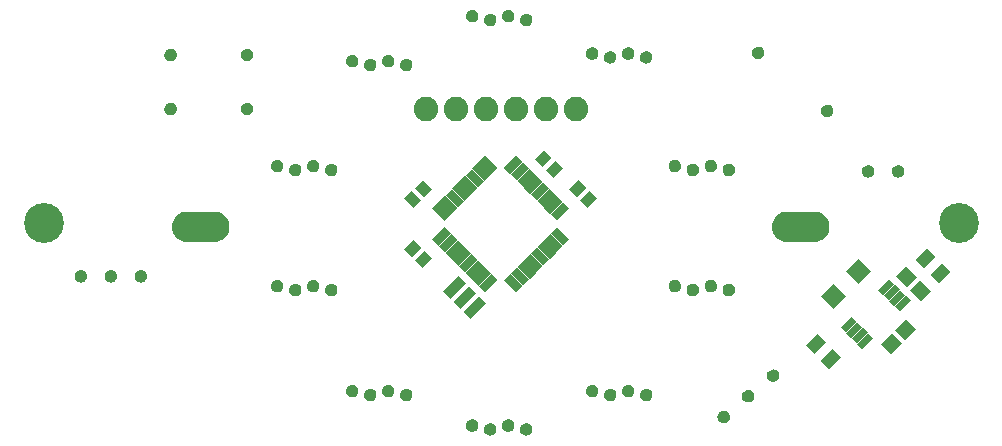
<source format=gts>
G75*
%MOIN*%
%OFA0B0*%
%FSLAX25Y25*%
%IPPOS*%
%LPD*%
%AMOC8*
5,1,8,0,0,1.08239X$1,22.5*
%
%ADD10C,0.13300*%
%ADD11C,0.00500*%
%ADD12C,0.08200*%
%ADD13R,0.03556X0.04343*%
%ADD14R,0.03556X0.07493*%
%ADD15R,0.05800X0.03000*%
%ADD16R,0.03000X0.05800*%
%ADD17R,0.02375X0.05131*%
%ADD18R,0.05918X0.05918*%
%ADD19R,0.03950X0.05524*%
%ADD20R,0.05131X0.04737*%
D10*
X0019200Y0161500D03*
X0324200Y0161500D03*
D11*
X0120903Y0104195D02*
X0120628Y0104480D01*
X0120423Y0104819D01*
X0120298Y0105195D01*
X0120260Y0105590D01*
X0120307Y0105973D01*
X0120437Y0106337D01*
X0120646Y0106662D01*
X0120921Y0106933D01*
X0121250Y0107136D01*
X0121616Y0107260D01*
X0122000Y0107300D01*
X0122382Y0107266D01*
X0122746Y0107148D01*
X0123075Y0106952D01*
X0123352Y0106687D01*
X0123563Y0106368D01*
X0123698Y0106009D01*
X0123750Y0105630D01*
X0123715Y0105229D01*
X0123592Y0104847D01*
X0123386Y0104501D01*
X0123109Y0104210D01*
X0122774Y0103987D01*
X0122398Y0103845D01*
X0122000Y0103790D01*
X0121607Y0103841D01*
X0121235Y0103978D01*
X0120903Y0104195D01*
X0120637Y0104470D02*
X0123357Y0104470D01*
X0123631Y0104968D02*
X0120373Y0104968D01*
X0120272Y0105467D02*
X0123736Y0105467D01*
X0123704Y0105965D02*
X0120306Y0105965D01*
X0120519Y0106464D02*
X0123500Y0106464D01*
X0123058Y0106962D02*
X0120969Y0106962D01*
X0121255Y0103971D02*
X0122732Y0103971D01*
X0126260Y0104340D02*
X0126307Y0104723D01*
X0126437Y0105087D01*
X0126646Y0105412D01*
X0126921Y0105683D01*
X0127250Y0105886D01*
X0127616Y0106010D01*
X0128000Y0106050D01*
X0128382Y0106016D01*
X0128746Y0105898D01*
X0129075Y0105702D01*
X0129352Y0105437D01*
X0129563Y0105118D01*
X0129698Y0104759D01*
X0129750Y0104380D01*
X0129715Y0103979D01*
X0129592Y0103597D01*
X0129386Y0103251D01*
X0129109Y0102960D01*
X0128774Y0102737D01*
X0128398Y0102595D01*
X0128000Y0102540D01*
X0127607Y0102591D01*
X0127235Y0102728D01*
X0126903Y0102945D01*
X0126628Y0103230D01*
X0126423Y0103569D01*
X0126298Y0103945D01*
X0126260Y0104340D01*
X0126276Y0104470D02*
X0129738Y0104470D01*
X0129712Y0103971D02*
X0126295Y0103971D01*
X0126481Y0103473D02*
X0129518Y0103473D01*
X0129123Y0102974D02*
X0126875Y0102974D01*
X0126395Y0104968D02*
X0129620Y0104968D01*
X0129321Y0105467D02*
X0126701Y0105467D01*
X0127484Y0105965D02*
X0128538Y0105965D01*
X0132260Y0105590D02*
X0132307Y0105973D01*
X0132437Y0106337D01*
X0132646Y0106662D01*
X0132921Y0106933D01*
X0133250Y0107136D01*
X0133616Y0107260D01*
X0134000Y0107300D01*
X0134382Y0107266D01*
X0134746Y0107148D01*
X0135075Y0106952D01*
X0135352Y0106687D01*
X0135563Y0106368D01*
X0135698Y0106009D01*
X0135750Y0105630D01*
X0135715Y0105229D01*
X0135592Y0104847D01*
X0135386Y0104501D01*
X0135109Y0104210D01*
X0134774Y0103987D01*
X0134398Y0103845D01*
X0134000Y0103790D01*
X0133607Y0103841D01*
X0133235Y0103978D01*
X0132903Y0104195D01*
X0132628Y0104480D01*
X0132423Y0104819D01*
X0132298Y0105195D01*
X0132260Y0105590D01*
X0132272Y0105467D02*
X0135736Y0105467D01*
X0135704Y0105965D02*
X0132306Y0105965D01*
X0132519Y0106464D02*
X0135500Y0106464D01*
X0135058Y0106962D02*
X0132969Y0106962D01*
X0132373Y0104968D02*
X0135631Y0104968D01*
X0135357Y0104470D02*
X0132637Y0104470D01*
X0133255Y0103971D02*
X0134732Y0103971D01*
X0138260Y0104340D02*
X0138307Y0104723D01*
X0138437Y0105087D01*
X0138646Y0105412D01*
X0138921Y0105683D01*
X0139250Y0105886D01*
X0139616Y0106010D01*
X0140000Y0106050D01*
X0140382Y0106016D01*
X0140746Y0105898D01*
X0141075Y0105702D01*
X0141352Y0105437D01*
X0141563Y0105118D01*
X0141698Y0104759D01*
X0141750Y0104380D01*
X0141715Y0103979D01*
X0141592Y0103597D01*
X0141386Y0103251D01*
X0141109Y0102960D01*
X0140774Y0102737D01*
X0140398Y0102595D01*
X0140000Y0102540D01*
X0139607Y0102591D01*
X0139235Y0102728D01*
X0138903Y0102945D01*
X0138628Y0103230D01*
X0138423Y0103569D01*
X0138298Y0103945D01*
X0138260Y0104340D01*
X0138276Y0104470D02*
X0141738Y0104470D01*
X0141712Y0103971D02*
X0138295Y0103971D01*
X0138481Y0103473D02*
X0141518Y0103473D01*
X0141123Y0102974D02*
X0138875Y0102974D01*
X0138395Y0104968D02*
X0141620Y0104968D01*
X0141321Y0105467D02*
X0138701Y0105467D01*
X0139484Y0105965D02*
X0140538Y0105965D01*
X0160437Y0094837D02*
X0160646Y0095162D01*
X0160921Y0095433D01*
X0161250Y0095636D01*
X0161616Y0095760D01*
X0162000Y0095800D01*
X0162382Y0095766D01*
X0162746Y0095648D01*
X0163075Y0095452D01*
X0163352Y0095187D01*
X0163563Y0094868D01*
X0163698Y0094509D01*
X0163750Y0094130D01*
X0163715Y0093729D01*
X0163592Y0093347D01*
X0163386Y0093001D01*
X0163109Y0092710D01*
X0162774Y0092487D01*
X0162398Y0092345D01*
X0162000Y0092290D01*
X0161607Y0092341D01*
X0161235Y0092478D01*
X0160903Y0092695D01*
X0160628Y0092980D01*
X0160423Y0093319D01*
X0160298Y0093695D01*
X0160260Y0094090D01*
X0160307Y0094473D01*
X0160437Y0094837D01*
X0160541Y0094998D02*
X0163477Y0094998D01*
X0163700Y0094499D02*
X0160316Y0094499D01*
X0160269Y0094001D02*
X0163739Y0094001D01*
X0163642Y0093502D02*
X0160362Y0093502D01*
X0160613Y0093004D02*
X0163388Y0093004D01*
X0162802Y0092505D02*
X0161194Y0092505D01*
X0161024Y0095497D02*
X0163000Y0095497D01*
X0166437Y0093587D02*
X0166646Y0093912D01*
X0166921Y0094183D01*
X0167250Y0094386D01*
X0167616Y0094510D01*
X0168000Y0094550D01*
X0168382Y0094516D01*
X0168746Y0094398D01*
X0169075Y0094202D01*
X0169352Y0093937D01*
X0169563Y0093618D01*
X0169698Y0093259D01*
X0169750Y0092880D01*
X0169715Y0092479D01*
X0169592Y0092097D01*
X0169386Y0091751D01*
X0169109Y0091460D01*
X0168774Y0091237D01*
X0168398Y0091095D01*
X0168000Y0091040D01*
X0167607Y0091091D01*
X0167235Y0091228D01*
X0166903Y0091445D01*
X0166628Y0091730D01*
X0166423Y0092069D01*
X0166298Y0092445D01*
X0166260Y0092840D01*
X0166307Y0093223D01*
X0166437Y0093587D01*
X0166407Y0093502D02*
X0169607Y0093502D01*
X0169733Y0093004D02*
X0166280Y0093004D01*
X0166292Y0092505D02*
X0169717Y0092505D01*
X0169538Y0092007D02*
X0166460Y0092007D01*
X0166842Y0091508D02*
X0169156Y0091508D01*
X0169285Y0094001D02*
X0166736Y0094001D01*
X0167585Y0094499D02*
X0168433Y0094499D01*
X0172260Y0094090D02*
X0172307Y0094473D01*
X0172437Y0094837D01*
X0172646Y0095162D01*
X0172921Y0095433D01*
X0173250Y0095636D01*
X0173616Y0095760D01*
X0174000Y0095800D01*
X0174382Y0095766D01*
X0174746Y0095648D01*
X0175075Y0095452D01*
X0175352Y0095187D01*
X0175563Y0094868D01*
X0175698Y0094509D01*
X0175750Y0094130D01*
X0175715Y0093729D01*
X0175592Y0093347D01*
X0175386Y0093001D01*
X0175109Y0092710D01*
X0174774Y0092487D01*
X0174398Y0092345D01*
X0174000Y0092290D01*
X0173607Y0092341D01*
X0173235Y0092478D01*
X0172903Y0092695D01*
X0172628Y0092980D01*
X0172423Y0093319D01*
X0172298Y0093695D01*
X0172260Y0094090D01*
X0172269Y0094001D02*
X0175739Y0094001D01*
X0175700Y0094499D02*
X0172316Y0094499D01*
X0172541Y0094998D02*
X0175477Y0094998D01*
X0175000Y0095497D02*
X0173024Y0095497D01*
X0172362Y0093502D02*
X0175642Y0093502D01*
X0175388Y0093004D02*
X0172613Y0093004D01*
X0173194Y0092505D02*
X0174802Y0092505D01*
X0178260Y0092840D02*
X0178307Y0093223D01*
X0178437Y0093587D01*
X0178646Y0093912D01*
X0178921Y0094183D01*
X0179250Y0094386D01*
X0179616Y0094510D01*
X0180000Y0094550D01*
X0180382Y0094516D01*
X0180746Y0094398D01*
X0181075Y0094202D01*
X0181352Y0093937D01*
X0181563Y0093618D01*
X0181698Y0093259D01*
X0181750Y0092880D01*
X0181715Y0092479D01*
X0181592Y0092097D01*
X0181386Y0091751D01*
X0181109Y0091460D01*
X0180774Y0091237D01*
X0180398Y0091095D01*
X0180000Y0091040D01*
X0179607Y0091091D01*
X0179235Y0091228D01*
X0178903Y0091445D01*
X0178628Y0091730D01*
X0178423Y0092069D01*
X0178298Y0092445D01*
X0178260Y0092840D01*
X0178280Y0093004D02*
X0181733Y0093004D01*
X0181717Y0092505D02*
X0178292Y0092505D01*
X0178460Y0092007D02*
X0181538Y0092007D01*
X0181156Y0091508D02*
X0178842Y0091508D01*
X0178407Y0093502D02*
X0181607Y0093502D01*
X0181285Y0094001D02*
X0178736Y0094001D01*
X0179585Y0094499D02*
X0180433Y0094499D01*
X0200423Y0104819D02*
X0200298Y0105195D01*
X0200260Y0105590D01*
X0200307Y0105973D01*
X0200437Y0106337D01*
X0200646Y0106662D01*
X0200921Y0106933D01*
X0201250Y0107136D01*
X0201616Y0107260D01*
X0202000Y0107300D01*
X0202382Y0107266D01*
X0202746Y0107148D01*
X0203075Y0106952D01*
X0203352Y0106687D01*
X0203563Y0106368D01*
X0203698Y0106009D01*
X0203750Y0105630D01*
X0203715Y0105229D01*
X0203592Y0104847D01*
X0203386Y0104501D01*
X0203109Y0104210D01*
X0202774Y0103987D01*
X0202398Y0103845D01*
X0202000Y0103790D01*
X0201607Y0103841D01*
X0201235Y0103978D01*
X0200903Y0104195D01*
X0200628Y0104480D01*
X0200423Y0104819D01*
X0200373Y0104968D02*
X0203631Y0104968D01*
X0203736Y0105467D02*
X0200272Y0105467D01*
X0200306Y0105965D02*
X0203704Y0105965D01*
X0203500Y0106464D02*
X0200519Y0106464D01*
X0200969Y0106962D02*
X0203058Y0106962D01*
X0203357Y0104470D02*
X0200637Y0104470D01*
X0201255Y0103971D02*
X0202732Y0103971D01*
X0206260Y0104340D02*
X0206307Y0104723D01*
X0206437Y0105087D01*
X0206646Y0105412D01*
X0206921Y0105683D01*
X0207250Y0105886D01*
X0207616Y0106010D01*
X0208000Y0106050D01*
X0208382Y0106016D01*
X0208746Y0105898D01*
X0209075Y0105702D01*
X0209352Y0105437D01*
X0209563Y0105118D01*
X0209698Y0104759D01*
X0209750Y0104380D01*
X0209715Y0103979D01*
X0209592Y0103597D01*
X0209386Y0103251D01*
X0209109Y0102960D01*
X0208774Y0102737D01*
X0208398Y0102595D01*
X0208000Y0102540D01*
X0207607Y0102591D01*
X0207235Y0102728D01*
X0206903Y0102945D01*
X0206628Y0103230D01*
X0206423Y0103569D01*
X0206298Y0103945D01*
X0206260Y0104340D01*
X0206276Y0104470D02*
X0209738Y0104470D01*
X0209712Y0103971D02*
X0206295Y0103971D01*
X0206481Y0103473D02*
X0209518Y0103473D01*
X0209123Y0102974D02*
X0206875Y0102974D01*
X0206395Y0104968D02*
X0209620Y0104968D01*
X0209321Y0105467D02*
X0206701Y0105467D01*
X0207484Y0105965D02*
X0208538Y0105965D01*
X0212260Y0105590D02*
X0212307Y0105973D01*
X0212437Y0106337D01*
X0212646Y0106662D01*
X0212921Y0106933D01*
X0213250Y0107136D01*
X0213616Y0107260D01*
X0214000Y0107300D01*
X0214382Y0107266D01*
X0214746Y0107148D01*
X0215075Y0106952D01*
X0215352Y0106687D01*
X0215563Y0106368D01*
X0215698Y0106009D01*
X0215750Y0105630D01*
X0215715Y0105229D01*
X0215592Y0104847D01*
X0215386Y0104501D01*
X0215109Y0104210D01*
X0214774Y0103987D01*
X0214398Y0103845D01*
X0214000Y0103790D01*
X0213607Y0103841D01*
X0213235Y0103978D01*
X0212903Y0104195D01*
X0212628Y0104480D01*
X0212423Y0104819D01*
X0212298Y0105195D01*
X0212260Y0105590D01*
X0212272Y0105467D02*
X0215736Y0105467D01*
X0215704Y0105965D02*
X0212306Y0105965D01*
X0212519Y0106464D02*
X0215500Y0106464D01*
X0215058Y0106962D02*
X0212969Y0106962D01*
X0212373Y0104968D02*
X0215631Y0104968D01*
X0215357Y0104470D02*
X0212637Y0104470D01*
X0213255Y0103971D02*
X0214732Y0103971D01*
X0218260Y0104340D02*
X0218307Y0104723D01*
X0218437Y0105087D01*
X0218646Y0105412D01*
X0218921Y0105683D01*
X0219250Y0105886D01*
X0219616Y0106010D01*
X0220000Y0106050D01*
X0220382Y0106016D01*
X0220746Y0105898D01*
X0221075Y0105702D01*
X0221352Y0105437D01*
X0221563Y0105118D01*
X0221698Y0104759D01*
X0221750Y0104380D01*
X0221715Y0103979D01*
X0221592Y0103597D01*
X0221386Y0103251D01*
X0221109Y0102960D01*
X0220774Y0102737D01*
X0220398Y0102595D01*
X0220000Y0102540D01*
X0219607Y0102591D01*
X0219235Y0102728D01*
X0218903Y0102945D01*
X0218628Y0103230D01*
X0218423Y0103569D01*
X0218298Y0103945D01*
X0218260Y0104340D01*
X0218276Y0104470D02*
X0221738Y0104470D01*
X0221712Y0103971D02*
X0218295Y0103971D01*
X0218481Y0103473D02*
X0221518Y0103473D01*
X0221123Y0102974D02*
X0218875Y0102974D01*
X0218395Y0104968D02*
X0221620Y0104968D01*
X0221321Y0105467D02*
X0218701Y0105467D01*
X0219484Y0105965D02*
X0220538Y0105965D01*
X0244222Y0097654D02*
X0244094Y0097279D01*
X0244053Y0096885D01*
X0244100Y0096492D01*
X0244234Y0096119D01*
X0244448Y0095785D01*
X0244746Y0095515D01*
X0245096Y0095318D01*
X0245482Y0095205D01*
X0245883Y0095180D01*
X0246280Y0095244D01*
X0246653Y0095396D01*
X0246982Y0095627D01*
X0247239Y0095910D01*
X0247427Y0096244D01*
X0247536Y0096611D01*
X0247561Y0096993D01*
X0247499Y0097372D01*
X0247356Y0097727D01*
X0247136Y0098041D01*
X0246859Y0098309D01*
X0246528Y0098510D01*
X0246162Y0098631D01*
X0245777Y0098668D01*
X0245394Y0098619D01*
X0245032Y0098485D01*
X0244708Y0098274D01*
X0244430Y0097992D01*
X0244222Y0097654D01*
X0244166Y0097491D02*
X0247451Y0097491D01*
X0247561Y0096992D02*
X0244064Y0096992D01*
X0244100Y0096494D02*
X0247501Y0096494D01*
X0247287Y0095995D02*
X0244313Y0095995D01*
X0244779Y0095497D02*
X0246796Y0095497D01*
X0247172Y0097989D02*
X0244428Y0097989D01*
X0245038Y0098488D02*
X0246565Y0098488D01*
X0252634Y0102706D02*
X0252420Y0103040D01*
X0252286Y0103413D01*
X0252239Y0103807D01*
X0252280Y0104201D01*
X0252408Y0104576D01*
X0252616Y0104913D01*
X0252894Y0105196D01*
X0253218Y0105407D01*
X0253580Y0105540D01*
X0253963Y0105590D01*
X0254348Y0105553D01*
X0254715Y0105431D01*
X0255045Y0105231D01*
X0255323Y0104962D01*
X0255542Y0104648D01*
X0255686Y0104293D01*
X0255747Y0103915D01*
X0255722Y0103533D01*
X0255614Y0103166D01*
X0255426Y0102832D01*
X0255168Y0102548D01*
X0254839Y0102317D01*
X0254466Y0102166D01*
X0254070Y0102101D01*
X0253668Y0102126D01*
X0253283Y0102240D01*
X0252932Y0102436D01*
X0252634Y0102706D01*
X0252462Y0102974D02*
X0255506Y0102974D01*
X0255705Y0103473D02*
X0252279Y0103473D01*
X0252256Y0103971D02*
X0255738Y0103971D01*
X0255614Y0104470D02*
X0252372Y0104470D01*
X0252670Y0104968D02*
X0255316Y0104968D01*
X0254607Y0105467D02*
X0253381Y0105467D01*
X0252889Y0102476D02*
X0255065Y0102476D01*
X0261148Y0109291D02*
X0260850Y0109561D01*
X0260636Y0109895D01*
X0260502Y0110268D01*
X0260455Y0110661D01*
X0260496Y0111055D01*
X0260624Y0111431D01*
X0260832Y0111768D01*
X0261110Y0112050D01*
X0261433Y0112261D01*
X0261796Y0112395D01*
X0262179Y0112444D01*
X0262564Y0112407D01*
X0262930Y0112286D01*
X0263261Y0112086D01*
X0263538Y0111817D01*
X0263757Y0111503D01*
X0263901Y0111148D01*
X0263963Y0110770D01*
X0263938Y0110387D01*
X0263829Y0110020D01*
X0263641Y0109686D01*
X0263384Y0109403D01*
X0263054Y0109172D01*
X0262682Y0109021D01*
X0262285Y0108956D01*
X0261884Y0108981D01*
X0261498Y0109094D01*
X0261148Y0109291D01*
X0260967Y0109455D02*
X0263431Y0109455D01*
X0263792Y0109953D02*
X0260615Y0109953D01*
X0260480Y0110452D02*
X0263942Y0110452D01*
X0263933Y0110950D02*
X0260485Y0110950D01*
X0260635Y0111449D02*
X0263779Y0111449D01*
X0263403Y0111947D02*
X0261009Y0111947D01*
X0262275Y0108956D02*
X0262289Y0108956D01*
X0248274Y0137737D02*
X0247898Y0137595D01*
X0247500Y0137540D01*
X0247107Y0137591D01*
X0246735Y0137728D01*
X0246403Y0137945D01*
X0246128Y0138230D01*
X0245923Y0138569D01*
X0245798Y0138945D01*
X0245760Y0139340D01*
X0245807Y0139723D01*
X0245937Y0140087D01*
X0246146Y0140412D01*
X0246421Y0140683D01*
X0246750Y0140886D01*
X0247116Y0141010D01*
X0247500Y0141050D01*
X0247882Y0141016D01*
X0248246Y0140898D01*
X0248575Y0140702D01*
X0248852Y0140437D01*
X0249063Y0140118D01*
X0249198Y0139759D01*
X0249250Y0139380D01*
X0249215Y0138979D01*
X0249092Y0138597D01*
X0248886Y0138251D01*
X0248609Y0137960D01*
X0248274Y0137737D01*
X0248474Y0137870D02*
X0246518Y0137870D01*
X0246044Y0138368D02*
X0248956Y0138368D01*
X0249179Y0138867D02*
X0245824Y0138867D01*
X0245763Y0139366D02*
X0249249Y0139366D01*
X0249159Y0139864D02*
X0245857Y0139864D01*
X0246114Y0140363D02*
X0248902Y0140363D01*
X0248308Y0140861D02*
X0246710Y0140861D01*
X0243250Y0140630D02*
X0243215Y0140229D01*
X0243092Y0139847D01*
X0242886Y0139501D01*
X0242609Y0139210D01*
X0242274Y0138987D01*
X0241898Y0138845D01*
X0241500Y0138790D01*
X0241107Y0138841D01*
X0240735Y0138978D01*
X0240403Y0139195D01*
X0240128Y0139480D01*
X0239923Y0139819D01*
X0239798Y0140195D01*
X0239760Y0140590D01*
X0239807Y0140973D01*
X0239937Y0141337D01*
X0240146Y0141662D01*
X0240421Y0141933D01*
X0240750Y0142136D01*
X0241116Y0142260D01*
X0241500Y0142300D01*
X0241882Y0142266D01*
X0242246Y0142148D01*
X0242575Y0141952D01*
X0242852Y0141687D01*
X0243063Y0141368D01*
X0243198Y0141009D01*
X0243250Y0140630D01*
X0243218Y0140861D02*
X0239793Y0140861D01*
X0239782Y0140363D02*
X0243227Y0140363D01*
X0243097Y0139864D02*
X0239908Y0139864D01*
X0240238Y0139366D02*
X0242757Y0139366D01*
X0241956Y0138867D02*
X0241037Y0138867D01*
X0239952Y0141360D02*
X0243067Y0141360D01*
X0242673Y0141858D02*
X0240345Y0141858D01*
X0237063Y0140118D02*
X0237198Y0139759D01*
X0237250Y0139380D01*
X0237215Y0138979D01*
X0237092Y0138597D01*
X0236886Y0138251D01*
X0236609Y0137960D01*
X0236274Y0137737D01*
X0235898Y0137595D01*
X0235500Y0137540D01*
X0235107Y0137591D01*
X0234735Y0137728D01*
X0234403Y0137945D01*
X0234128Y0138230D01*
X0233923Y0138569D01*
X0233798Y0138945D01*
X0233760Y0139340D01*
X0233807Y0139723D01*
X0233937Y0140087D01*
X0234146Y0140412D01*
X0234421Y0140683D01*
X0234750Y0140886D01*
X0235116Y0141010D01*
X0235500Y0141050D01*
X0235882Y0141016D01*
X0236246Y0140898D01*
X0236575Y0140702D01*
X0236852Y0140437D01*
X0237063Y0140118D01*
X0237159Y0139864D02*
X0233857Y0139864D01*
X0233763Y0139366D02*
X0237249Y0139366D01*
X0237179Y0138867D02*
X0233824Y0138867D01*
X0234044Y0138368D02*
X0236956Y0138368D01*
X0236474Y0137870D02*
X0234518Y0137870D01*
X0234114Y0140363D02*
X0236902Y0140363D01*
X0236308Y0140861D02*
X0234710Y0140861D01*
X0231250Y0140630D02*
X0231215Y0140229D01*
X0231092Y0139847D01*
X0230886Y0139501D01*
X0230609Y0139210D01*
X0230274Y0138987D01*
X0229898Y0138845D01*
X0229500Y0138790D01*
X0229107Y0138841D01*
X0228735Y0138978D01*
X0228403Y0139195D01*
X0228128Y0139480D01*
X0227923Y0139819D01*
X0227798Y0140195D01*
X0227760Y0140590D01*
X0227807Y0140973D01*
X0227937Y0141337D01*
X0228146Y0141662D01*
X0228421Y0141933D01*
X0228750Y0142136D01*
X0229116Y0142260D01*
X0229500Y0142300D01*
X0229882Y0142266D01*
X0230246Y0142148D01*
X0230575Y0141952D01*
X0230852Y0141687D01*
X0231063Y0141368D01*
X0231198Y0141009D01*
X0231250Y0140630D01*
X0231218Y0140861D02*
X0227793Y0140861D01*
X0227782Y0140363D02*
X0231227Y0140363D01*
X0231097Y0139864D02*
X0227908Y0139864D01*
X0228238Y0139366D02*
X0230757Y0139366D01*
X0229956Y0138867D02*
X0229037Y0138867D01*
X0227952Y0141360D02*
X0231067Y0141360D01*
X0230673Y0141858D02*
X0228345Y0141858D01*
X0262886Y0157925D02*
X0262536Y0158675D01*
X0262322Y0159475D01*
X0262250Y0160300D01*
X0262322Y0161125D01*
X0262536Y0161925D01*
X0262886Y0162675D01*
X0263361Y0163353D01*
X0263947Y0163939D01*
X0264625Y0164414D01*
X0265375Y0164764D01*
X0266175Y0164978D01*
X0267000Y0165050D01*
X0276000Y0165050D01*
X0276825Y0164978D01*
X0277625Y0164764D01*
X0278375Y0164414D01*
X0279053Y0163939D01*
X0279639Y0163353D01*
X0280114Y0162675D01*
X0280464Y0161925D01*
X0280678Y0161125D01*
X0280750Y0160300D01*
X0280678Y0159475D01*
X0280464Y0158675D01*
X0280114Y0157925D01*
X0279639Y0157247D01*
X0279053Y0156661D01*
X0278375Y0156186D01*
X0277625Y0155836D01*
X0276825Y0155622D01*
X0276000Y0155550D01*
X0271500Y0155550D01*
X0267000Y0155550D01*
X0266175Y0155622D01*
X0265375Y0155836D01*
X0264625Y0156186D01*
X0263947Y0156661D01*
X0263361Y0157247D01*
X0262886Y0157925D01*
X0262967Y0157810D02*
X0280033Y0157810D01*
X0280293Y0158309D02*
X0262707Y0158309D01*
X0262501Y0158807D02*
X0280499Y0158807D01*
X0280632Y0159306D02*
X0262367Y0159306D01*
X0262293Y0159804D02*
X0280707Y0159804D01*
X0280750Y0160303D02*
X0262250Y0160303D01*
X0262294Y0160801D02*
X0280706Y0160801D01*
X0280631Y0161300D02*
X0262369Y0161300D01*
X0262503Y0161799D02*
X0280497Y0161799D01*
X0280290Y0162297D02*
X0262710Y0162297D01*
X0262971Y0162796D02*
X0280029Y0162796D01*
X0279680Y0163294D02*
X0263320Y0163294D01*
X0263801Y0163793D02*
X0279199Y0163793D01*
X0278550Y0164291D02*
X0264450Y0164291D01*
X0265473Y0164790D02*
X0277527Y0164790D01*
X0279684Y0157312D02*
X0263316Y0157312D01*
X0263795Y0156813D02*
X0279205Y0156813D01*
X0278559Y0156315D02*
X0264441Y0156315D01*
X0265450Y0155816D02*
X0277550Y0155816D01*
X0292925Y0177398D02*
X0292648Y0177663D01*
X0292437Y0177982D01*
X0292302Y0178341D01*
X0292250Y0178720D01*
X0292285Y0179121D01*
X0292408Y0179503D01*
X0292614Y0179849D01*
X0292891Y0180140D01*
X0293226Y0180363D01*
X0293602Y0180505D01*
X0294000Y0180560D01*
X0294393Y0180509D01*
X0294765Y0180372D01*
X0295097Y0180155D01*
X0295372Y0179870D01*
X0295577Y0179531D01*
X0295702Y0179155D01*
X0295740Y0178760D01*
X0295693Y0178377D01*
X0295563Y0178013D01*
X0295354Y0177688D01*
X0295079Y0177417D01*
X0294750Y0177214D01*
X0294384Y0177090D01*
X0294000Y0177050D01*
X0293618Y0177084D01*
X0293254Y0177202D01*
X0292925Y0177398D01*
X0293170Y0177252D02*
X0294812Y0177252D01*
X0295395Y0177751D02*
X0292590Y0177751D01*
X0292336Y0178249D02*
X0295647Y0178249D01*
X0295738Y0178748D02*
X0292252Y0178748D01*
X0292326Y0179246D02*
X0295672Y0179246D01*
X0295448Y0179745D02*
X0292552Y0179745D01*
X0293046Y0180243D02*
X0294961Y0180243D01*
X0302285Y0179121D02*
X0302408Y0179503D01*
X0302614Y0179849D01*
X0302891Y0180140D01*
X0303226Y0180363D01*
X0303602Y0180505D01*
X0304000Y0180560D01*
X0304393Y0180509D01*
X0304765Y0180372D01*
X0305097Y0180155D01*
X0305372Y0179870D01*
X0305577Y0179531D01*
X0305702Y0179155D01*
X0305740Y0178760D01*
X0305693Y0178377D01*
X0305563Y0178013D01*
X0305354Y0177688D01*
X0305079Y0177417D01*
X0304750Y0177214D01*
X0304384Y0177090D01*
X0304000Y0177050D01*
X0303618Y0177084D01*
X0303254Y0177202D01*
X0302925Y0177398D01*
X0302648Y0177663D01*
X0302437Y0177982D01*
X0302302Y0178341D01*
X0302250Y0178720D01*
X0302285Y0179121D01*
X0302326Y0179246D02*
X0305672Y0179246D01*
X0305738Y0178748D02*
X0302252Y0178748D01*
X0302336Y0178249D02*
X0305647Y0178249D01*
X0305395Y0177751D02*
X0302590Y0177751D01*
X0303170Y0177252D02*
X0304812Y0177252D01*
X0305448Y0179745D02*
X0302552Y0179745D01*
X0303046Y0180243D02*
X0304961Y0180243D01*
X0281640Y0197813D02*
X0281358Y0197549D01*
X0281024Y0197355D01*
X0280655Y0197239D01*
X0280270Y0197209D01*
X0279888Y0197265D01*
X0279528Y0197405D01*
X0279208Y0197621D01*
X0278937Y0197893D01*
X0278734Y0198217D01*
X0278608Y0198579D01*
X0278566Y0198960D01*
X0278609Y0199340D01*
X0278737Y0199702D01*
X0278941Y0200026D01*
X0279225Y0200310D01*
X0279566Y0200524D01*
X0279945Y0200657D01*
X0280345Y0200702D01*
X0280744Y0200657D01*
X0281124Y0200524D01*
X0281464Y0200310D01*
X0281732Y0200018D01*
X0281929Y0199674D01*
X0282044Y0199295D01*
X0282072Y0198900D01*
X0282011Y0198508D01*
X0281865Y0198140D01*
X0281640Y0197813D01*
X0281510Y0197691D02*
X0279138Y0197691D01*
X0278751Y0198190D02*
X0281885Y0198190D01*
X0282039Y0198688D02*
X0278596Y0198688D01*
X0278592Y0199187D02*
X0282052Y0199187D01*
X0281923Y0199685D02*
X0278731Y0199685D01*
X0279099Y0200184D02*
X0281580Y0200184D01*
X0280515Y0200682D02*
X0280174Y0200682D01*
X0258616Y0217093D02*
X0258334Y0216829D01*
X0258001Y0216635D01*
X0256634Y0216635D01*
X0256504Y0216685D02*
X0256184Y0216901D01*
X0255914Y0217172D01*
X0255711Y0217497D01*
X0255585Y0217859D01*
X0255542Y0218240D01*
X0255586Y0218620D01*
X0255713Y0218981D01*
X0255917Y0219305D01*
X0256202Y0219590D01*
X0256542Y0219804D01*
X0256922Y0219937D01*
X0257321Y0219982D01*
X0257721Y0219937D01*
X0258100Y0219804D01*
X0258441Y0219590D01*
X0258709Y0219298D01*
X0258905Y0218954D01*
X0259021Y0218575D01*
X0259048Y0218179D01*
X0258988Y0217788D01*
X0258841Y0217420D01*
X0258616Y0217093D01*
X0258644Y0217133D02*
X0255953Y0217133D01*
X0255664Y0217632D02*
X0258926Y0217632D01*
X0259041Y0218130D02*
X0255555Y0218130D01*
X0255589Y0218629D02*
X0259004Y0218629D01*
X0258806Y0219127D02*
X0255805Y0219127D01*
X0256259Y0219626D02*
X0258383Y0219626D01*
X0258001Y0216635D02*
X0257632Y0216519D01*
X0257247Y0216489D01*
X0256865Y0216545D01*
X0256504Y0216685D01*
X0221750Y0216880D02*
X0221715Y0216479D01*
X0221592Y0216097D01*
X0221386Y0215751D01*
X0221109Y0215460D01*
X0220774Y0215237D01*
X0220398Y0215095D01*
X0220000Y0215040D01*
X0219607Y0215091D01*
X0219235Y0215228D01*
X0218903Y0215445D01*
X0218628Y0215730D01*
X0218423Y0216069D01*
X0218298Y0216445D01*
X0218260Y0216840D01*
X0218307Y0217223D01*
X0218437Y0217587D01*
X0218646Y0217912D01*
X0218921Y0218183D01*
X0219250Y0218386D01*
X0219616Y0218510D01*
X0220000Y0218550D01*
X0220382Y0218516D01*
X0220746Y0218398D01*
X0221075Y0218202D01*
X0221352Y0217937D01*
X0221563Y0217618D01*
X0221698Y0217259D01*
X0221750Y0216880D01*
X0221729Y0216635D02*
X0218280Y0216635D01*
X0218296Y0217133D02*
X0221715Y0217133D01*
X0221554Y0217632D02*
X0218466Y0217632D01*
X0218868Y0218130D02*
X0221150Y0218130D01*
X0221604Y0216136D02*
X0218400Y0216136D01*
X0218717Y0215638D02*
X0221279Y0215638D01*
X0220515Y0215139D02*
X0219477Y0215139D01*
X0215592Y0217347D02*
X0215386Y0217001D01*
X0215109Y0216710D01*
X0214774Y0216487D01*
X0214398Y0216345D01*
X0214000Y0216290D01*
X0213607Y0216341D01*
X0213235Y0216478D01*
X0212903Y0216695D01*
X0212628Y0216980D01*
X0212423Y0217319D01*
X0212298Y0217695D01*
X0212260Y0218090D01*
X0212307Y0218473D01*
X0212437Y0218837D01*
X0212646Y0219162D01*
X0212921Y0219433D01*
X0213250Y0219636D01*
X0213616Y0219760D01*
X0214000Y0219800D01*
X0214382Y0219766D01*
X0214746Y0219648D01*
X0215075Y0219452D01*
X0215352Y0219187D01*
X0215563Y0218868D01*
X0215698Y0218509D01*
X0215750Y0218130D01*
X0215715Y0217729D01*
X0215592Y0217347D01*
X0215465Y0217133D02*
X0212535Y0217133D01*
X0212319Y0217632D02*
X0215684Y0217632D01*
X0215750Y0218130D02*
X0212265Y0218130D01*
X0212363Y0218629D02*
X0215653Y0218629D01*
X0215392Y0219127D02*
X0212623Y0219127D01*
X0213234Y0219626D02*
X0214783Y0219626D01*
X0214996Y0216635D02*
X0212995Y0216635D01*
X0209750Y0216880D02*
X0209715Y0216479D01*
X0209592Y0216097D01*
X0209386Y0215751D01*
X0209109Y0215460D01*
X0208774Y0215237D01*
X0208398Y0215095D01*
X0208000Y0215040D01*
X0207607Y0215091D01*
X0207235Y0215228D01*
X0206903Y0215445D01*
X0206628Y0215730D01*
X0206423Y0216069D01*
X0206298Y0216445D01*
X0206260Y0216840D01*
X0206307Y0217223D01*
X0206437Y0217587D01*
X0206646Y0217912D01*
X0206921Y0218183D01*
X0207250Y0218386D01*
X0207616Y0218510D01*
X0208000Y0218550D01*
X0208382Y0218516D01*
X0208746Y0218398D01*
X0209075Y0218202D01*
X0209352Y0217937D01*
X0209563Y0217618D01*
X0209698Y0217259D01*
X0209750Y0216880D01*
X0209729Y0216635D02*
X0206280Y0216635D01*
X0206296Y0217133D02*
X0209715Y0217133D01*
X0209554Y0217632D02*
X0206466Y0217632D01*
X0206868Y0218130D02*
X0209150Y0218130D01*
X0209604Y0216136D02*
X0206400Y0216136D01*
X0206717Y0215638D02*
X0209279Y0215638D01*
X0208515Y0215139D02*
X0207477Y0215139D01*
X0203592Y0217347D02*
X0203386Y0217001D01*
X0203109Y0216710D01*
X0202774Y0216487D01*
X0202398Y0216345D01*
X0202000Y0216290D01*
X0201607Y0216341D01*
X0201235Y0216478D01*
X0200903Y0216695D01*
X0200628Y0216980D01*
X0200423Y0217319D01*
X0200298Y0217695D01*
X0200260Y0218090D01*
X0200307Y0218473D01*
X0200437Y0218837D01*
X0200646Y0219162D01*
X0200921Y0219433D01*
X0201250Y0219636D01*
X0201616Y0219760D01*
X0202000Y0219800D01*
X0202382Y0219766D01*
X0202746Y0219648D01*
X0203075Y0219452D01*
X0203352Y0219187D01*
X0203563Y0218868D01*
X0203698Y0218509D01*
X0203750Y0218130D01*
X0203715Y0217729D01*
X0203592Y0217347D01*
X0203465Y0217133D02*
X0200535Y0217133D01*
X0200319Y0217632D02*
X0203684Y0217632D01*
X0203750Y0218130D02*
X0200265Y0218130D01*
X0200363Y0218629D02*
X0203653Y0218629D01*
X0203392Y0219127D02*
X0200623Y0219127D01*
X0201234Y0219626D02*
X0202783Y0219626D01*
X0202996Y0216635D02*
X0200995Y0216635D01*
X0181386Y0228251D02*
X0181109Y0227960D01*
X0180774Y0227737D01*
X0180398Y0227595D01*
X0180000Y0227540D01*
X0179607Y0227591D01*
X0179235Y0227728D01*
X0178903Y0227945D01*
X0178628Y0228230D01*
X0178423Y0228569D01*
X0178298Y0228945D01*
X0178260Y0229340D01*
X0178307Y0229723D01*
X0178437Y0230087D01*
X0178646Y0230412D01*
X0178921Y0230683D01*
X0179250Y0230886D01*
X0179616Y0231010D01*
X0180000Y0231050D01*
X0180382Y0231016D01*
X0180746Y0230898D01*
X0181075Y0230702D01*
X0181352Y0230437D01*
X0181563Y0230118D01*
X0181698Y0229759D01*
X0181750Y0229380D01*
X0181715Y0228979D01*
X0181592Y0228597D01*
X0181386Y0228251D01*
X0181243Y0228101D02*
X0178753Y0228101D01*
X0178413Y0228599D02*
X0181592Y0228599D01*
X0181725Y0229098D02*
X0178283Y0229098D01*
X0178291Y0229596D02*
X0181721Y0229596D01*
X0181572Y0230095D02*
X0178442Y0230095D01*
X0178830Y0230593D02*
X0181189Y0230593D01*
X0180416Y0227602D02*
X0179578Y0227602D01*
X0175592Y0229847D02*
X0175386Y0229501D01*
X0175109Y0229210D01*
X0174774Y0228987D01*
X0174398Y0228845D01*
X0174000Y0228790D01*
X0173607Y0228841D01*
X0173235Y0228978D01*
X0172903Y0229195D01*
X0172628Y0229480D01*
X0172423Y0229819D01*
X0172298Y0230195D01*
X0172260Y0230590D01*
X0172307Y0230973D01*
X0172437Y0231337D01*
X0172646Y0231662D01*
X0172921Y0231933D01*
X0173250Y0232136D01*
X0173616Y0232260D01*
X0174000Y0232300D01*
X0174382Y0232266D01*
X0174746Y0232148D01*
X0175075Y0231952D01*
X0175352Y0231687D01*
X0175563Y0231368D01*
X0175698Y0231009D01*
X0175750Y0230630D01*
X0175715Y0230229D01*
X0175592Y0229847D01*
X0175672Y0230095D02*
X0172331Y0230095D01*
X0172261Y0230593D02*
X0175747Y0230593D01*
X0175667Y0231092D02*
X0172349Y0231092D01*
X0172600Y0231590D02*
X0175416Y0231590D01*
X0174846Y0232089D02*
X0173174Y0232089D01*
X0172557Y0229596D02*
X0175443Y0229596D01*
X0174940Y0229098D02*
X0173052Y0229098D01*
X0169750Y0229380D02*
X0169715Y0228979D01*
X0169592Y0228597D01*
X0169386Y0228251D01*
X0169109Y0227960D01*
X0168774Y0227737D01*
X0168398Y0227595D01*
X0168000Y0227540D01*
X0167607Y0227591D01*
X0167235Y0227728D01*
X0166903Y0227945D01*
X0166628Y0228230D01*
X0166423Y0228569D01*
X0166298Y0228945D01*
X0166260Y0229340D01*
X0166307Y0229723D01*
X0166437Y0230087D01*
X0166646Y0230412D01*
X0166921Y0230683D01*
X0167250Y0230886D01*
X0167616Y0231010D01*
X0168000Y0231050D01*
X0168382Y0231016D01*
X0168746Y0230898D01*
X0169075Y0230702D01*
X0169352Y0230437D01*
X0169563Y0230118D01*
X0169698Y0229759D01*
X0169750Y0229380D01*
X0169721Y0229596D02*
X0166291Y0229596D01*
X0166283Y0229098D02*
X0169725Y0229098D01*
X0169592Y0228599D02*
X0166413Y0228599D01*
X0166753Y0228101D02*
X0169243Y0228101D01*
X0168416Y0227602D02*
X0167578Y0227602D01*
X0166442Y0230095D02*
X0169572Y0230095D01*
X0169189Y0230593D02*
X0166830Y0230593D01*
X0163750Y0230630D02*
X0163715Y0230229D01*
X0163592Y0229847D01*
X0163386Y0229501D01*
X0163109Y0229210D01*
X0162774Y0228987D01*
X0162398Y0228845D01*
X0162000Y0228790D01*
X0161607Y0228841D01*
X0161235Y0228978D01*
X0160903Y0229195D01*
X0160628Y0229480D01*
X0160423Y0229819D01*
X0160298Y0230195D01*
X0160260Y0230590D01*
X0160307Y0230973D01*
X0160437Y0231337D01*
X0160646Y0231662D01*
X0160921Y0231933D01*
X0161250Y0232136D01*
X0161616Y0232260D01*
X0162000Y0232300D01*
X0162382Y0232266D01*
X0162746Y0232148D01*
X0163075Y0231952D01*
X0163352Y0231687D01*
X0163563Y0231368D01*
X0163698Y0231009D01*
X0163750Y0230630D01*
X0163747Y0230593D02*
X0160261Y0230593D01*
X0160331Y0230095D02*
X0163672Y0230095D01*
X0163443Y0229596D02*
X0160557Y0229596D01*
X0161052Y0229098D02*
X0162940Y0229098D01*
X0163667Y0231092D02*
X0160349Y0231092D01*
X0160600Y0231590D02*
X0163416Y0231590D01*
X0162846Y0232089D02*
X0161174Y0232089D01*
X0141352Y0215437D02*
X0141563Y0215118D01*
X0141698Y0214759D01*
X0141750Y0214380D01*
X0141715Y0213979D01*
X0141592Y0213597D01*
X0141386Y0213251D01*
X0141109Y0212960D01*
X0140774Y0212737D01*
X0140398Y0212595D01*
X0140000Y0212540D01*
X0139607Y0212591D01*
X0139235Y0212728D01*
X0138903Y0212945D01*
X0138628Y0213230D01*
X0138423Y0213569D01*
X0138298Y0213945D01*
X0138260Y0214340D01*
X0138307Y0214723D01*
X0138437Y0215087D01*
X0138646Y0215412D01*
X0138921Y0215683D01*
X0139250Y0215886D01*
X0139616Y0216010D01*
X0140000Y0216050D01*
X0140382Y0216016D01*
X0140746Y0215898D01*
X0141075Y0215702D01*
X0141352Y0215437D01*
X0141142Y0215638D02*
X0138875Y0215638D01*
X0138471Y0215139D02*
X0141549Y0215139D01*
X0141714Y0214641D02*
X0138297Y0214641D01*
X0138279Y0214142D02*
X0141729Y0214142D01*
X0141607Y0213644D02*
X0138398Y0213644D01*
X0138710Y0213145D02*
X0141286Y0213145D01*
X0140535Y0212647D02*
X0139457Y0212647D01*
X0135592Y0214847D02*
X0135386Y0214501D01*
X0135109Y0214210D01*
X0134774Y0213987D01*
X0134398Y0213845D01*
X0134000Y0213790D01*
X0133607Y0213841D01*
X0133235Y0213978D01*
X0132903Y0214195D01*
X0132628Y0214480D01*
X0132423Y0214819D01*
X0132298Y0215195D01*
X0132260Y0215590D01*
X0132307Y0215973D01*
X0132437Y0216337D01*
X0132646Y0216662D01*
X0132921Y0216933D01*
X0133250Y0217136D01*
X0133616Y0217260D01*
X0134000Y0217300D01*
X0134382Y0217266D01*
X0134746Y0217148D01*
X0135075Y0216952D01*
X0135352Y0216687D01*
X0135563Y0216368D01*
X0135698Y0216009D01*
X0135750Y0215630D01*
X0135715Y0215229D01*
X0135592Y0214847D01*
X0135469Y0214641D02*
X0132530Y0214641D01*
X0132316Y0215139D02*
X0135686Y0215139D01*
X0135749Y0215638D02*
X0132266Y0215638D01*
X0132365Y0216136D02*
X0135651Y0216136D01*
X0135387Y0216635D02*
X0132628Y0216635D01*
X0133246Y0217133D02*
X0134771Y0217133D01*
X0135008Y0214142D02*
X0132984Y0214142D01*
X0129750Y0214380D02*
X0129715Y0213979D01*
X0129592Y0213597D01*
X0129386Y0213251D01*
X0129109Y0212960D01*
X0128774Y0212737D01*
X0128398Y0212595D01*
X0128000Y0212540D01*
X0127607Y0212591D01*
X0127235Y0212728D01*
X0126903Y0212945D01*
X0126628Y0213230D01*
X0126423Y0213569D01*
X0126298Y0213945D01*
X0126260Y0214340D01*
X0126307Y0214723D01*
X0126437Y0215087D01*
X0126646Y0215412D01*
X0126921Y0215683D01*
X0127250Y0215886D01*
X0127616Y0216010D01*
X0128000Y0216050D01*
X0128382Y0216016D01*
X0128746Y0215898D01*
X0129075Y0215702D01*
X0129352Y0215437D01*
X0129563Y0215118D01*
X0129698Y0214759D01*
X0129750Y0214380D01*
X0129729Y0214142D02*
X0126279Y0214142D01*
X0126297Y0214641D02*
X0129714Y0214641D01*
X0129549Y0215139D02*
X0126471Y0215139D01*
X0126875Y0215638D02*
X0129142Y0215638D01*
X0129607Y0213644D02*
X0126398Y0213644D01*
X0126710Y0213145D02*
X0129286Y0213145D01*
X0128535Y0212647D02*
X0127457Y0212647D01*
X0123592Y0214847D02*
X0123386Y0214501D01*
X0123109Y0214210D01*
X0122774Y0213987D01*
X0122398Y0213845D01*
X0122000Y0213790D01*
X0121607Y0213841D01*
X0121235Y0213978D01*
X0120903Y0214195D01*
X0120628Y0214480D01*
X0120423Y0214819D01*
X0120298Y0215195D01*
X0120260Y0215590D01*
X0120307Y0215973D01*
X0120437Y0216337D01*
X0120646Y0216662D01*
X0120921Y0216933D01*
X0121250Y0217136D01*
X0121616Y0217260D01*
X0122000Y0217300D01*
X0122382Y0217266D01*
X0122746Y0217148D01*
X0123075Y0216952D01*
X0123352Y0216687D01*
X0123563Y0216368D01*
X0123698Y0216009D01*
X0123750Y0215630D01*
X0123715Y0215229D01*
X0123592Y0214847D01*
X0123469Y0214641D02*
X0120530Y0214641D01*
X0120316Y0215139D02*
X0123686Y0215139D01*
X0123749Y0215638D02*
X0120266Y0215638D01*
X0120365Y0216136D02*
X0123651Y0216136D01*
X0123387Y0216635D02*
X0120628Y0216635D01*
X0121246Y0217133D02*
X0122771Y0217133D01*
X0123008Y0214142D02*
X0120984Y0214142D01*
X0088665Y0217279D02*
X0088542Y0216897D01*
X0088336Y0216551D01*
X0088059Y0216260D01*
X0087724Y0216037D01*
X0087348Y0215895D01*
X0086950Y0215840D01*
X0086557Y0215891D01*
X0086185Y0216028D01*
X0085853Y0216245D01*
X0085578Y0216530D01*
X0085373Y0216869D01*
X0085248Y0217245D01*
X0085210Y0217640D01*
X0085257Y0218023D01*
X0085387Y0218387D01*
X0085596Y0218712D01*
X0085871Y0218983D01*
X0086200Y0219186D01*
X0086566Y0219310D01*
X0086950Y0219350D01*
X0087332Y0219316D01*
X0087696Y0219198D01*
X0088025Y0219002D01*
X0088302Y0218737D01*
X0088513Y0218418D01*
X0088648Y0218059D01*
X0088700Y0217680D01*
X0088665Y0217279D01*
X0088618Y0217133D02*
X0085285Y0217133D01*
X0085211Y0217632D02*
X0088696Y0217632D01*
X0088622Y0218130D02*
X0085295Y0218130D01*
X0085542Y0218629D02*
X0088374Y0218629D01*
X0087815Y0219127D02*
X0086105Y0219127D01*
X0085514Y0216635D02*
X0088386Y0216635D01*
X0087873Y0216136D02*
X0086020Y0216136D01*
X0086950Y0201350D02*
X0086566Y0201310D01*
X0086200Y0201186D01*
X0085871Y0200983D01*
X0085596Y0200712D01*
X0085387Y0200387D01*
X0085257Y0200023D01*
X0085210Y0199640D01*
X0085248Y0199245D01*
X0085373Y0198869D01*
X0085578Y0198530D01*
X0085853Y0198245D01*
X0086185Y0198028D01*
X0086557Y0197891D01*
X0086950Y0197840D01*
X0087348Y0197895D01*
X0087724Y0198037D01*
X0088059Y0198260D01*
X0088336Y0198551D01*
X0088542Y0198897D01*
X0088665Y0199279D01*
X0088700Y0199680D01*
X0088648Y0200059D01*
X0088513Y0200418D01*
X0088302Y0200737D01*
X0088025Y0201002D01*
X0087696Y0201198D01*
X0087332Y0201316D01*
X0086950Y0201350D01*
X0086192Y0201181D02*
X0087725Y0201181D01*
X0088338Y0200682D02*
X0085577Y0200682D01*
X0085314Y0200184D02*
X0088601Y0200184D01*
X0088699Y0199685D02*
X0085216Y0199685D01*
X0085267Y0199187D02*
X0088635Y0199187D01*
X0088418Y0198688D02*
X0085482Y0198688D01*
X0085938Y0198190D02*
X0087954Y0198190D01*
X0096250Y0182136D02*
X0096616Y0182260D01*
X0097000Y0182300D01*
X0097382Y0182266D01*
X0097746Y0182148D01*
X0098075Y0181952D01*
X0098352Y0181687D01*
X0098563Y0181368D01*
X0098698Y0181009D01*
X0098750Y0180630D01*
X0098715Y0180229D01*
X0098592Y0179847D01*
X0098386Y0179501D01*
X0098109Y0179210D01*
X0097774Y0178987D01*
X0097398Y0178845D01*
X0097000Y0178790D01*
X0096607Y0178841D01*
X0096235Y0178978D01*
X0095903Y0179195D01*
X0095628Y0179480D01*
X0095423Y0179819D01*
X0095298Y0180195D01*
X0095260Y0180590D01*
X0095307Y0180973D01*
X0095437Y0181337D01*
X0095646Y0181662D01*
X0095921Y0181933D01*
X0096250Y0182136D01*
X0096549Y0182237D02*
X0097470Y0182237D01*
X0098298Y0181739D02*
X0095724Y0181739D01*
X0095403Y0181240D02*
X0098611Y0181240D01*
X0098735Y0180742D02*
X0095279Y0180742D01*
X0095293Y0180243D02*
X0098716Y0180243D01*
X0098531Y0179745D02*
X0095467Y0179745D01*
X0095853Y0179246D02*
X0098144Y0179246D01*
X0101260Y0179340D02*
X0101307Y0179723D01*
X0101437Y0180087D01*
X0101646Y0180412D01*
X0101921Y0180683D01*
X0102250Y0180886D01*
X0102616Y0181010D01*
X0103000Y0181050D01*
X0103382Y0181016D01*
X0103746Y0180898D01*
X0104075Y0180702D01*
X0104352Y0180437D01*
X0104563Y0180118D01*
X0104698Y0179759D01*
X0104750Y0179380D01*
X0104715Y0178979D01*
X0104592Y0178597D01*
X0104386Y0178251D01*
X0104109Y0177960D01*
X0103774Y0177737D01*
X0103398Y0177595D01*
X0103000Y0177540D01*
X0102607Y0177591D01*
X0102235Y0177728D01*
X0101903Y0177945D01*
X0101628Y0178230D01*
X0101423Y0178569D01*
X0101298Y0178945D01*
X0101260Y0179340D01*
X0101269Y0179246D02*
X0104738Y0179246D01*
X0104700Y0179745D02*
X0101315Y0179745D01*
X0101538Y0180243D02*
X0104480Y0180243D01*
X0104008Y0180742D02*
X0102017Y0180742D01*
X0101363Y0178748D02*
X0104640Y0178748D01*
X0104385Y0178249D02*
X0101616Y0178249D01*
X0102201Y0177751D02*
X0103795Y0177751D01*
X0107423Y0179819D02*
X0107298Y0180195D01*
X0107260Y0180590D01*
X0107307Y0180973D01*
X0107437Y0181337D01*
X0107646Y0181662D01*
X0107921Y0181933D01*
X0108250Y0182136D01*
X0108616Y0182260D01*
X0109000Y0182300D01*
X0109382Y0182266D01*
X0109746Y0182148D01*
X0110075Y0181952D01*
X0110352Y0181687D01*
X0110563Y0181368D01*
X0110698Y0181009D01*
X0110750Y0180630D01*
X0110715Y0180229D01*
X0110592Y0179847D01*
X0110386Y0179501D01*
X0110109Y0179210D01*
X0109774Y0178987D01*
X0109398Y0178845D01*
X0109000Y0178790D01*
X0108607Y0178841D01*
X0108235Y0178978D01*
X0107903Y0179195D01*
X0107628Y0179480D01*
X0107423Y0179819D01*
X0107467Y0179745D02*
X0110531Y0179745D01*
X0110716Y0180243D02*
X0107293Y0180243D01*
X0107279Y0180742D02*
X0110735Y0180742D01*
X0110611Y0181240D02*
X0107403Y0181240D01*
X0107724Y0181739D02*
X0110298Y0181739D01*
X0109470Y0182237D02*
X0108549Y0182237D01*
X0107853Y0179246D02*
X0110144Y0179246D01*
X0113260Y0179340D02*
X0113307Y0179723D01*
X0113437Y0180087D01*
X0113646Y0180412D01*
X0113921Y0180683D01*
X0114250Y0180886D01*
X0114616Y0181010D01*
X0115000Y0181050D01*
X0115382Y0181016D01*
X0115746Y0180898D01*
X0116075Y0180702D01*
X0116352Y0180437D01*
X0116563Y0180118D01*
X0116698Y0179759D01*
X0116750Y0179380D01*
X0116715Y0178979D01*
X0116592Y0178597D01*
X0116386Y0178251D01*
X0116109Y0177960D01*
X0115774Y0177737D01*
X0115398Y0177595D01*
X0115000Y0177540D01*
X0114607Y0177591D01*
X0114235Y0177728D01*
X0113903Y0177945D01*
X0113628Y0178230D01*
X0113423Y0178569D01*
X0113298Y0178945D01*
X0113260Y0179340D01*
X0113269Y0179246D02*
X0116738Y0179246D01*
X0116700Y0179745D02*
X0113315Y0179745D01*
X0113538Y0180243D02*
X0116480Y0180243D01*
X0116008Y0180742D02*
X0114017Y0180742D01*
X0113363Y0178748D02*
X0116640Y0178748D01*
X0116385Y0178249D02*
X0113616Y0178249D01*
X0114201Y0177751D02*
X0115795Y0177751D01*
X0080464Y0161925D02*
X0080678Y0161125D01*
X0080750Y0160300D01*
X0080678Y0159475D01*
X0080464Y0158675D01*
X0080114Y0157925D01*
X0079639Y0157247D01*
X0079053Y0156661D01*
X0078375Y0156186D01*
X0077625Y0155836D01*
X0076825Y0155622D01*
X0076000Y0155550D01*
X0071500Y0155550D01*
X0067000Y0155550D01*
X0066175Y0155622D01*
X0065375Y0155836D01*
X0064625Y0156186D01*
X0063947Y0156661D01*
X0063361Y0157247D01*
X0062886Y0157925D01*
X0062536Y0158675D01*
X0062322Y0159475D01*
X0062250Y0160300D01*
X0062322Y0161125D01*
X0062536Y0161925D01*
X0062886Y0162675D01*
X0063361Y0163353D01*
X0063947Y0163939D01*
X0064625Y0164414D01*
X0065375Y0164764D01*
X0066175Y0164978D01*
X0067000Y0165050D01*
X0076000Y0165050D01*
X0076825Y0164978D01*
X0077625Y0164764D01*
X0078375Y0164414D01*
X0079053Y0163939D01*
X0079639Y0163353D01*
X0080114Y0162675D01*
X0080464Y0161925D01*
X0080497Y0161799D02*
X0062503Y0161799D01*
X0062369Y0161300D02*
X0080631Y0161300D01*
X0080706Y0160801D02*
X0062294Y0160801D01*
X0062250Y0160303D02*
X0080750Y0160303D01*
X0080707Y0159804D02*
X0062293Y0159804D01*
X0062367Y0159306D02*
X0080632Y0159306D01*
X0080499Y0158807D02*
X0062501Y0158807D01*
X0062707Y0158309D02*
X0080293Y0158309D01*
X0080033Y0157810D02*
X0062967Y0157810D01*
X0063316Y0157312D02*
X0079684Y0157312D01*
X0079205Y0156813D02*
X0063795Y0156813D01*
X0064441Y0156315D02*
X0078559Y0156315D01*
X0077550Y0155816D02*
X0065450Y0155816D01*
X0062710Y0162297D02*
X0080290Y0162297D01*
X0080029Y0162796D02*
X0062971Y0162796D01*
X0063320Y0163294D02*
X0079680Y0163294D01*
X0079199Y0163793D02*
X0063801Y0163793D01*
X0064450Y0164291D02*
X0078550Y0164291D01*
X0077527Y0164790D02*
X0065473Y0164790D01*
X0052575Y0145202D02*
X0052852Y0144937D01*
X0053063Y0144618D01*
X0053198Y0144259D01*
X0053250Y0143880D01*
X0053215Y0143479D01*
X0053092Y0143097D01*
X0052886Y0142751D01*
X0052609Y0142460D01*
X0052274Y0142237D01*
X0051898Y0142095D01*
X0051500Y0142040D01*
X0051107Y0142091D01*
X0050735Y0142228D01*
X0050403Y0142445D01*
X0050128Y0142730D01*
X0049923Y0143069D01*
X0049798Y0143445D01*
X0049760Y0143840D01*
X0049807Y0144223D01*
X0049937Y0144587D01*
X0050146Y0144912D01*
X0050421Y0145183D01*
X0050750Y0145386D01*
X0051116Y0145510D01*
X0051500Y0145550D01*
X0051882Y0145516D01*
X0052246Y0145398D01*
X0052575Y0145202D01*
X0052330Y0145348D02*
X0050688Y0145348D01*
X0050105Y0144849D02*
X0052910Y0144849D01*
X0053164Y0144351D02*
X0049853Y0144351D01*
X0049762Y0143852D02*
X0053248Y0143852D01*
X0053174Y0143354D02*
X0049828Y0143354D01*
X0050052Y0142855D02*
X0052948Y0142855D01*
X0052454Y0142357D02*
X0050539Y0142357D01*
X0043215Y0143479D02*
X0043092Y0143097D01*
X0042886Y0142751D01*
X0042609Y0142460D01*
X0042274Y0142237D01*
X0041898Y0142095D01*
X0041500Y0142040D01*
X0041107Y0142091D01*
X0040735Y0142228D01*
X0040403Y0142445D01*
X0040128Y0142730D01*
X0039923Y0143069D01*
X0039798Y0143445D01*
X0039760Y0143840D01*
X0039807Y0144223D01*
X0039937Y0144587D01*
X0040146Y0144912D01*
X0040421Y0145183D01*
X0040750Y0145386D01*
X0041116Y0145510D01*
X0041500Y0145550D01*
X0041882Y0145516D01*
X0042246Y0145398D01*
X0042575Y0145202D01*
X0042852Y0144937D01*
X0043063Y0144618D01*
X0043198Y0144259D01*
X0043250Y0143880D01*
X0043215Y0143479D01*
X0043174Y0143354D02*
X0039828Y0143354D01*
X0039762Y0143852D02*
X0043248Y0143852D01*
X0043164Y0144351D02*
X0039853Y0144351D01*
X0040105Y0144849D02*
X0042910Y0144849D01*
X0042330Y0145348D02*
X0040688Y0145348D01*
X0040052Y0142855D02*
X0042948Y0142855D01*
X0042454Y0142357D02*
X0040539Y0142357D01*
X0033215Y0143479D02*
X0033092Y0143097D01*
X0032886Y0142751D01*
X0032609Y0142460D01*
X0032274Y0142237D01*
X0031898Y0142095D01*
X0031500Y0142040D01*
X0031107Y0142091D01*
X0030735Y0142228D01*
X0030403Y0142445D01*
X0030128Y0142730D01*
X0029923Y0143069D01*
X0029798Y0143445D01*
X0029760Y0143840D01*
X0029807Y0144223D01*
X0029937Y0144587D01*
X0030146Y0144912D01*
X0030421Y0145183D01*
X0030750Y0145386D01*
X0031116Y0145510D01*
X0031500Y0145550D01*
X0031882Y0145516D01*
X0032246Y0145398D01*
X0032575Y0145202D01*
X0032852Y0144937D01*
X0033063Y0144618D01*
X0033198Y0144259D01*
X0033250Y0143880D01*
X0033215Y0143479D01*
X0033174Y0143354D02*
X0029828Y0143354D01*
X0029762Y0143852D02*
X0033248Y0143852D01*
X0033164Y0144351D02*
X0029853Y0144351D01*
X0030105Y0144849D02*
X0032910Y0144849D01*
X0032330Y0145348D02*
X0030688Y0145348D01*
X0030052Y0142855D02*
X0032948Y0142855D01*
X0032454Y0142357D02*
X0030539Y0142357D01*
X0060685Y0198028D02*
X0060353Y0198245D01*
X0060078Y0198530D01*
X0059873Y0198869D01*
X0059748Y0199245D01*
X0059710Y0199640D01*
X0059757Y0200023D01*
X0059887Y0200387D01*
X0060096Y0200712D01*
X0060371Y0200983D01*
X0060700Y0201186D01*
X0061066Y0201310D01*
X0061450Y0201350D01*
X0061832Y0201316D01*
X0062196Y0201198D01*
X0062525Y0201002D01*
X0062802Y0200737D01*
X0063013Y0200418D01*
X0063148Y0200059D01*
X0063200Y0199680D01*
X0063165Y0199279D01*
X0063042Y0198897D01*
X0062836Y0198551D01*
X0062559Y0198260D01*
X0062224Y0198037D01*
X0061848Y0197895D01*
X0061450Y0197840D01*
X0061057Y0197891D01*
X0060685Y0198028D01*
X0060438Y0198190D02*
X0062454Y0198190D01*
X0062918Y0198688D02*
X0059982Y0198688D01*
X0059767Y0199187D02*
X0063135Y0199187D01*
X0063199Y0199685D02*
X0059716Y0199685D01*
X0059814Y0200184D02*
X0063101Y0200184D01*
X0062838Y0200682D02*
X0060077Y0200682D01*
X0060692Y0201181D02*
X0062225Y0201181D01*
X0061450Y0215840D02*
X0061057Y0215891D01*
X0060685Y0216028D01*
X0060353Y0216245D01*
X0060078Y0216530D01*
X0059873Y0216869D01*
X0059748Y0217245D01*
X0059710Y0217640D01*
X0059757Y0218023D01*
X0059887Y0218387D01*
X0060096Y0218712D01*
X0060371Y0218983D01*
X0060700Y0219186D01*
X0061066Y0219310D01*
X0061450Y0219350D01*
X0061832Y0219316D01*
X0062196Y0219198D01*
X0062525Y0219002D01*
X0062802Y0218737D01*
X0063013Y0218418D01*
X0063148Y0218059D01*
X0063200Y0217680D01*
X0063165Y0217279D01*
X0063042Y0216897D01*
X0062836Y0216551D01*
X0062559Y0216260D01*
X0062224Y0216037D01*
X0061848Y0215895D01*
X0061450Y0215840D01*
X0062373Y0216136D02*
X0060520Y0216136D01*
X0060014Y0216635D02*
X0062886Y0216635D01*
X0063118Y0217133D02*
X0059785Y0217133D01*
X0059711Y0217632D02*
X0063196Y0217632D01*
X0063122Y0218130D02*
X0059795Y0218130D01*
X0060042Y0218629D02*
X0062874Y0218629D01*
X0062315Y0219127D02*
X0060605Y0219127D01*
X0096250Y0142136D02*
X0096616Y0142260D01*
X0097000Y0142300D01*
X0097382Y0142266D01*
X0097746Y0142148D01*
X0098075Y0141952D01*
X0098352Y0141687D01*
X0098563Y0141368D01*
X0098698Y0141009D01*
X0098750Y0140630D01*
X0098715Y0140229D01*
X0098592Y0139847D01*
X0098386Y0139501D01*
X0098109Y0139210D01*
X0097774Y0138987D01*
X0097398Y0138845D01*
X0097000Y0138790D01*
X0096607Y0138841D01*
X0096235Y0138978D01*
X0095903Y0139195D01*
X0095628Y0139480D01*
X0095423Y0139819D01*
X0095298Y0140195D01*
X0095260Y0140590D01*
X0095307Y0140973D01*
X0095437Y0141337D01*
X0095646Y0141662D01*
X0095921Y0141933D01*
X0096250Y0142136D01*
X0095845Y0141858D02*
X0098173Y0141858D01*
X0098567Y0141360D02*
X0095452Y0141360D01*
X0095293Y0140861D02*
X0098718Y0140861D01*
X0098727Y0140363D02*
X0095282Y0140363D01*
X0095408Y0139864D02*
X0098597Y0139864D01*
X0098257Y0139366D02*
X0095738Y0139366D01*
X0096537Y0138867D02*
X0097456Y0138867D01*
X0101260Y0139340D02*
X0101307Y0139723D01*
X0101437Y0140087D01*
X0101646Y0140412D01*
X0101921Y0140683D01*
X0102250Y0140886D01*
X0102616Y0141010D01*
X0103000Y0141050D01*
X0103382Y0141016D01*
X0103746Y0140898D01*
X0104075Y0140702D01*
X0104352Y0140437D01*
X0104563Y0140118D01*
X0104698Y0139759D01*
X0104750Y0139380D01*
X0104715Y0138979D01*
X0104592Y0138597D01*
X0104386Y0138251D01*
X0104109Y0137960D01*
X0103774Y0137737D01*
X0103398Y0137595D01*
X0103000Y0137540D01*
X0102607Y0137591D01*
X0102235Y0137728D01*
X0101903Y0137945D01*
X0101628Y0138230D01*
X0101423Y0138569D01*
X0101298Y0138945D01*
X0101260Y0139340D01*
X0101263Y0139366D02*
X0104749Y0139366D01*
X0104679Y0138867D02*
X0101324Y0138867D01*
X0101544Y0138368D02*
X0104456Y0138368D01*
X0103974Y0137870D02*
X0102018Y0137870D01*
X0101357Y0139864D02*
X0104659Y0139864D01*
X0104402Y0140363D02*
X0101614Y0140363D01*
X0102210Y0140861D02*
X0103808Y0140861D01*
X0107260Y0140590D02*
X0107307Y0140973D01*
X0107437Y0141337D01*
X0107646Y0141662D01*
X0107921Y0141933D01*
X0108250Y0142136D01*
X0108616Y0142260D01*
X0109000Y0142300D01*
X0109382Y0142266D01*
X0109746Y0142148D01*
X0110075Y0141952D01*
X0110352Y0141687D01*
X0110563Y0141368D01*
X0110698Y0141009D01*
X0110750Y0140630D01*
X0110715Y0140229D01*
X0110592Y0139847D01*
X0110386Y0139501D01*
X0110109Y0139210D01*
X0109774Y0138987D01*
X0109398Y0138845D01*
X0109000Y0138790D01*
X0108607Y0138841D01*
X0108235Y0138978D01*
X0107903Y0139195D01*
X0107628Y0139480D01*
X0107423Y0139819D01*
X0107298Y0140195D01*
X0107260Y0140590D01*
X0107282Y0140363D02*
X0110727Y0140363D01*
X0110718Y0140861D02*
X0107293Y0140861D01*
X0107452Y0141360D02*
X0110567Y0141360D01*
X0110173Y0141858D02*
X0107845Y0141858D01*
X0107408Y0139864D02*
X0110597Y0139864D01*
X0110257Y0139366D02*
X0107738Y0139366D01*
X0108537Y0138867D02*
X0109456Y0138867D01*
X0113260Y0139340D02*
X0113307Y0139723D01*
X0113437Y0140087D01*
X0113646Y0140412D01*
X0113921Y0140683D01*
X0114250Y0140886D01*
X0114616Y0141010D01*
X0115000Y0141050D01*
X0115382Y0141016D01*
X0115746Y0140898D01*
X0116075Y0140702D01*
X0116352Y0140437D01*
X0116563Y0140118D01*
X0116698Y0139759D01*
X0116750Y0139380D01*
X0116715Y0138979D01*
X0116592Y0138597D01*
X0116386Y0138251D01*
X0116109Y0137960D01*
X0115774Y0137737D01*
X0115398Y0137595D01*
X0115000Y0137540D01*
X0114607Y0137591D01*
X0114235Y0137728D01*
X0113903Y0137945D01*
X0113628Y0138230D01*
X0113423Y0138569D01*
X0113298Y0138945D01*
X0113260Y0139340D01*
X0113263Y0139366D02*
X0116749Y0139366D01*
X0116679Y0138867D02*
X0113324Y0138867D01*
X0113544Y0138368D02*
X0116456Y0138368D01*
X0115974Y0137870D02*
X0114018Y0137870D01*
X0113357Y0139864D02*
X0116659Y0139864D01*
X0116402Y0140363D02*
X0113614Y0140363D01*
X0114210Y0140861D02*
X0115808Y0140861D01*
X0227923Y0179819D02*
X0227798Y0180195D01*
X0227760Y0180590D01*
X0227807Y0180973D01*
X0227937Y0181337D01*
X0228146Y0181662D01*
X0228421Y0181933D01*
X0228750Y0182136D01*
X0229116Y0182260D01*
X0229500Y0182300D01*
X0229882Y0182266D01*
X0230246Y0182148D01*
X0230575Y0181952D01*
X0230852Y0181687D01*
X0231063Y0181368D01*
X0231198Y0181009D01*
X0231250Y0180630D01*
X0231215Y0180229D01*
X0231092Y0179847D01*
X0230886Y0179501D01*
X0230609Y0179210D01*
X0230274Y0178987D01*
X0229898Y0178845D01*
X0229500Y0178790D01*
X0229107Y0178841D01*
X0228735Y0178978D01*
X0228403Y0179195D01*
X0228128Y0179480D01*
X0227923Y0179819D01*
X0227967Y0179745D02*
X0231031Y0179745D01*
X0231216Y0180243D02*
X0227793Y0180243D01*
X0227779Y0180742D02*
X0231235Y0180742D01*
X0231111Y0181240D02*
X0227903Y0181240D01*
X0228224Y0181739D02*
X0230798Y0181739D01*
X0229970Y0182237D02*
X0229049Y0182237D01*
X0228353Y0179246D02*
X0230644Y0179246D01*
X0233760Y0179340D02*
X0233807Y0179723D01*
X0233937Y0180087D01*
X0234146Y0180412D01*
X0234421Y0180683D01*
X0234750Y0180886D01*
X0235116Y0181010D01*
X0235500Y0181050D01*
X0235882Y0181016D01*
X0236246Y0180898D01*
X0236575Y0180702D01*
X0236852Y0180437D01*
X0237063Y0180118D01*
X0237198Y0179759D01*
X0237250Y0179380D01*
X0237215Y0178979D01*
X0237092Y0178597D01*
X0236886Y0178251D01*
X0236609Y0177960D01*
X0236274Y0177737D01*
X0235898Y0177595D01*
X0235500Y0177540D01*
X0235107Y0177591D01*
X0234735Y0177728D01*
X0234403Y0177945D01*
X0234128Y0178230D01*
X0233923Y0178569D01*
X0233798Y0178945D01*
X0233760Y0179340D01*
X0233769Y0179246D02*
X0237238Y0179246D01*
X0237200Y0179745D02*
X0233815Y0179745D01*
X0234038Y0180243D02*
X0236980Y0180243D01*
X0236508Y0180742D02*
X0234517Y0180742D01*
X0233863Y0178748D02*
X0237140Y0178748D01*
X0236885Y0178249D02*
X0234116Y0178249D01*
X0234701Y0177751D02*
X0236295Y0177751D01*
X0239923Y0179819D02*
X0239798Y0180195D01*
X0239760Y0180590D01*
X0239807Y0180973D01*
X0239937Y0181337D01*
X0240146Y0181662D01*
X0240421Y0181933D01*
X0240750Y0182136D01*
X0241116Y0182260D01*
X0241500Y0182300D01*
X0241882Y0182266D01*
X0242246Y0182148D01*
X0242575Y0181952D01*
X0242852Y0181687D01*
X0243063Y0181368D01*
X0243198Y0181009D01*
X0243250Y0180630D01*
X0243215Y0180229D01*
X0243092Y0179847D01*
X0242886Y0179501D01*
X0242609Y0179210D01*
X0242274Y0178987D01*
X0241898Y0178845D01*
X0241500Y0178790D01*
X0241107Y0178841D01*
X0240735Y0178978D01*
X0240403Y0179195D01*
X0240128Y0179480D01*
X0239923Y0179819D01*
X0239967Y0179745D02*
X0243031Y0179745D01*
X0243216Y0180243D02*
X0239793Y0180243D01*
X0239779Y0180742D02*
X0243235Y0180742D01*
X0243111Y0181240D02*
X0239903Y0181240D01*
X0240224Y0181739D02*
X0242798Y0181739D01*
X0241970Y0182237D02*
X0241049Y0182237D01*
X0240353Y0179246D02*
X0242644Y0179246D01*
X0245760Y0179340D02*
X0245807Y0179723D01*
X0245937Y0180087D01*
X0246146Y0180412D01*
X0246421Y0180683D01*
X0246750Y0180886D01*
X0247116Y0181010D01*
X0247500Y0181050D01*
X0247882Y0181016D01*
X0248246Y0180898D01*
X0248575Y0180702D01*
X0248852Y0180437D01*
X0249063Y0180118D01*
X0249198Y0179759D01*
X0249250Y0179380D01*
X0249215Y0178979D01*
X0249092Y0178597D01*
X0248886Y0178251D01*
X0248609Y0177960D01*
X0248274Y0177737D01*
X0247898Y0177595D01*
X0247500Y0177540D01*
X0247107Y0177591D01*
X0246735Y0177728D01*
X0246403Y0177945D01*
X0246128Y0178230D01*
X0245923Y0178569D01*
X0245798Y0178945D01*
X0245760Y0179340D01*
X0245769Y0179246D02*
X0249238Y0179246D01*
X0249200Y0179745D02*
X0245815Y0179745D01*
X0246038Y0180243D02*
X0248980Y0180243D01*
X0248508Y0180742D02*
X0246517Y0180742D01*
X0245863Y0178748D02*
X0249140Y0178748D01*
X0248885Y0178249D02*
X0246116Y0178249D01*
X0246701Y0177751D02*
X0248295Y0177751D01*
D12*
X0196500Y0199550D03*
X0186500Y0199550D03*
X0176500Y0199550D03*
X0166500Y0199550D03*
X0156500Y0199550D03*
X0146500Y0199550D03*
D13*
G36*
X0148602Y0172833D02*
X0146087Y0170318D01*
X0143018Y0173387D01*
X0145533Y0175902D01*
X0148602Y0172833D01*
G37*
G36*
X0144982Y0169213D02*
X0142467Y0166698D01*
X0139398Y0169767D01*
X0141913Y0172282D01*
X0144982Y0169213D01*
G37*
G36*
X0141913Y0150318D02*
X0139398Y0152833D01*
X0142467Y0155902D01*
X0144982Y0153387D01*
X0141913Y0150318D01*
G37*
G36*
X0145533Y0146698D02*
X0143018Y0149213D01*
X0146087Y0152282D01*
X0148602Y0149767D01*
X0145533Y0146698D01*
G37*
G36*
X0185413Y0180318D02*
X0182898Y0182833D01*
X0185967Y0185902D01*
X0188482Y0183387D01*
X0185413Y0180318D01*
G37*
G36*
X0189033Y0176698D02*
X0186518Y0179213D01*
X0189587Y0182282D01*
X0192102Y0179767D01*
X0189033Y0176698D01*
G37*
G36*
X0197467Y0175902D02*
X0199982Y0173387D01*
X0196913Y0170318D01*
X0194398Y0172833D01*
X0197467Y0175902D01*
G37*
G36*
X0201087Y0172282D02*
X0203602Y0169767D01*
X0200533Y0166698D01*
X0198018Y0169213D01*
X0201087Y0172282D01*
G37*
D14*
G36*
X0157550Y0144047D02*
X0160065Y0141532D01*
X0154768Y0136235D01*
X0152253Y0138750D01*
X0157550Y0144047D01*
G37*
G36*
X0160891Y0140706D02*
X0163406Y0138191D01*
X0158109Y0132894D01*
X0155594Y0135409D01*
X0160891Y0140706D01*
G37*
G36*
X0164232Y0137365D02*
X0166747Y0134850D01*
X0161450Y0129553D01*
X0158935Y0132068D01*
X0164232Y0137365D01*
G37*
D15*
G36*
X0170456Y0142544D02*
X0166356Y0138444D01*
X0164234Y0140566D01*
X0168334Y0144666D01*
X0170456Y0142544D01*
G37*
G36*
X0168229Y0144771D02*
X0164129Y0140671D01*
X0162007Y0142793D01*
X0166107Y0146893D01*
X0168229Y0144771D01*
G37*
G36*
X0166002Y0146998D02*
X0161902Y0142898D01*
X0159780Y0145020D01*
X0163880Y0149120D01*
X0166002Y0146998D01*
G37*
G36*
X0163774Y0149225D02*
X0159674Y0145125D01*
X0157552Y0147247D01*
X0161652Y0151347D01*
X0163774Y0149225D01*
G37*
G36*
X0161547Y0151452D02*
X0157447Y0147352D01*
X0155325Y0149474D01*
X0159425Y0153574D01*
X0161547Y0151452D01*
G37*
G36*
X0159320Y0153680D02*
X0155220Y0149580D01*
X0153098Y0151702D01*
X0157198Y0155802D01*
X0159320Y0153680D01*
G37*
G36*
X0157093Y0155907D02*
X0152993Y0151807D01*
X0150871Y0153929D01*
X0154971Y0158029D01*
X0157093Y0155907D01*
G37*
G36*
X0154866Y0158134D02*
X0150766Y0154034D01*
X0148644Y0156156D01*
X0152744Y0160256D01*
X0154866Y0158134D01*
G37*
G36*
X0183220Y0177580D02*
X0179120Y0173480D01*
X0176998Y0175602D01*
X0181098Y0179702D01*
X0183220Y0177580D01*
G37*
G36*
X0185448Y0175353D02*
X0181348Y0171253D01*
X0179226Y0173375D01*
X0183326Y0177475D01*
X0185448Y0175353D01*
G37*
G36*
X0187675Y0173126D02*
X0183575Y0169026D01*
X0181453Y0171148D01*
X0185553Y0175248D01*
X0187675Y0173126D01*
G37*
G36*
X0189902Y0170898D02*
X0185802Y0166798D01*
X0183680Y0168920D01*
X0187780Y0173020D01*
X0189902Y0170898D01*
G37*
G36*
X0192129Y0168671D02*
X0188029Y0164571D01*
X0185907Y0166693D01*
X0190007Y0170793D01*
X0192129Y0168671D01*
G37*
G36*
X0194356Y0166444D02*
X0190256Y0162344D01*
X0188134Y0164466D01*
X0192234Y0168566D01*
X0194356Y0166444D01*
G37*
G36*
X0180993Y0179807D02*
X0176893Y0175707D01*
X0174771Y0177829D01*
X0178871Y0181929D01*
X0180993Y0179807D01*
G37*
G36*
X0178766Y0182034D02*
X0174666Y0177934D01*
X0172544Y0180056D01*
X0176644Y0184156D01*
X0178766Y0182034D01*
G37*
D16*
G36*
X0170456Y0180056D02*
X0168334Y0177934D01*
X0164234Y0182034D01*
X0166356Y0184156D01*
X0170456Y0180056D01*
G37*
G36*
X0168229Y0177829D02*
X0166107Y0175707D01*
X0162007Y0179807D01*
X0164129Y0181929D01*
X0168229Y0177829D01*
G37*
G36*
X0166002Y0175602D02*
X0163880Y0173480D01*
X0159780Y0177580D01*
X0161902Y0179702D01*
X0166002Y0175602D01*
G37*
G36*
X0163774Y0173375D02*
X0161652Y0171253D01*
X0157552Y0175353D01*
X0159674Y0177475D01*
X0163774Y0173375D01*
G37*
G36*
X0161547Y0171148D02*
X0159425Y0169026D01*
X0155325Y0173126D01*
X0157447Y0175248D01*
X0161547Y0171148D01*
G37*
G36*
X0159320Y0168920D02*
X0157198Y0166798D01*
X0153098Y0170898D01*
X0155220Y0173020D01*
X0159320Y0168920D01*
G37*
G36*
X0157093Y0166693D02*
X0154971Y0164571D01*
X0150871Y0168671D01*
X0152993Y0170793D01*
X0157093Y0166693D01*
G37*
G36*
X0154866Y0164466D02*
X0152744Y0162344D01*
X0148644Y0166444D01*
X0150766Y0168566D01*
X0154866Y0164466D01*
G37*
G36*
X0178766Y0140566D02*
X0176644Y0138444D01*
X0172544Y0142544D01*
X0174666Y0144666D01*
X0178766Y0140566D01*
G37*
G36*
X0180993Y0142793D02*
X0178871Y0140671D01*
X0174771Y0144771D01*
X0176893Y0146893D01*
X0180993Y0142793D01*
G37*
G36*
X0183220Y0145020D02*
X0181098Y0142898D01*
X0176998Y0146998D01*
X0179120Y0149120D01*
X0183220Y0145020D01*
G37*
G36*
X0185448Y0147247D02*
X0183326Y0145125D01*
X0179226Y0149225D01*
X0181348Y0151347D01*
X0185448Y0147247D01*
G37*
G36*
X0187675Y0149474D02*
X0185553Y0147352D01*
X0181453Y0151452D01*
X0183575Y0153574D01*
X0187675Y0149474D01*
G37*
G36*
X0189902Y0151702D02*
X0187780Y0149580D01*
X0183680Y0153680D01*
X0185802Y0155802D01*
X0189902Y0151702D01*
G37*
G36*
X0192129Y0153929D02*
X0190007Y0151807D01*
X0185907Y0155907D01*
X0188029Y0158029D01*
X0192129Y0153929D01*
G37*
G36*
X0194356Y0156156D02*
X0192234Y0154034D01*
X0188134Y0158134D01*
X0190256Y0160256D01*
X0194356Y0156156D01*
G37*
D17*
G36*
X0286548Y0125098D02*
X0284869Y0126777D01*
X0288496Y0130404D01*
X0290175Y0128725D01*
X0286548Y0125098D01*
G37*
G36*
X0288357Y0123288D02*
X0286678Y0124967D01*
X0290305Y0128594D01*
X0291984Y0126915D01*
X0288357Y0123288D01*
G37*
G36*
X0290167Y0121478D02*
X0288488Y0123157D01*
X0292115Y0126784D01*
X0293794Y0125105D01*
X0290167Y0121478D01*
G37*
G36*
X0291977Y0119669D02*
X0290298Y0121348D01*
X0293925Y0124975D01*
X0295604Y0123296D01*
X0291977Y0119669D01*
G37*
G36*
X0304504Y0132196D02*
X0302825Y0133875D01*
X0306452Y0137502D01*
X0308131Y0135823D01*
X0304504Y0132196D01*
G37*
G36*
X0302694Y0134006D02*
X0301015Y0135685D01*
X0304642Y0139312D01*
X0306321Y0137633D01*
X0302694Y0134006D01*
G37*
G36*
X0300885Y0135815D02*
X0299206Y0137494D01*
X0302833Y0141121D01*
X0304512Y0139442D01*
X0300885Y0135815D01*
G37*
G36*
X0299075Y0137625D02*
X0297396Y0139304D01*
X0301023Y0142931D01*
X0302702Y0141252D01*
X0299075Y0137625D01*
G37*
D18*
G36*
X0290676Y0149660D02*
X0294860Y0145476D01*
X0290676Y0141292D01*
X0286492Y0145476D01*
X0290676Y0149660D01*
G37*
G36*
X0282324Y0141308D02*
X0286508Y0137124D01*
X0282324Y0132940D01*
X0278140Y0137124D01*
X0282324Y0141308D01*
G37*
D19*
G36*
X0277051Y0124654D02*
X0279844Y0121861D01*
X0275939Y0117956D01*
X0273146Y0120749D01*
X0277051Y0124654D01*
G37*
G36*
X0282061Y0119644D02*
X0284854Y0116851D01*
X0280949Y0112946D01*
X0278156Y0115739D01*
X0282061Y0119644D01*
G37*
G36*
X0312439Y0146456D02*
X0309646Y0149249D01*
X0313551Y0153154D01*
X0316344Y0150361D01*
X0312439Y0146456D01*
G37*
G36*
X0317449Y0141446D02*
X0314656Y0144239D01*
X0318561Y0148144D01*
X0321354Y0145351D01*
X0317449Y0141446D01*
G37*
D20*
G36*
X0311227Y0142422D02*
X0314854Y0138795D01*
X0311505Y0135446D01*
X0307878Y0139073D01*
X0311227Y0142422D01*
G37*
G36*
X0306495Y0147154D02*
X0310122Y0143527D01*
X0306773Y0140178D01*
X0303146Y0143805D01*
X0306495Y0147154D01*
G37*
G36*
X0309854Y0126305D02*
X0306227Y0122678D01*
X0302878Y0126027D01*
X0306505Y0129654D01*
X0309854Y0126305D01*
G37*
G36*
X0305122Y0121573D02*
X0301495Y0117946D01*
X0298146Y0121295D01*
X0301773Y0124922D01*
X0305122Y0121573D01*
G37*
M02*

</source>
